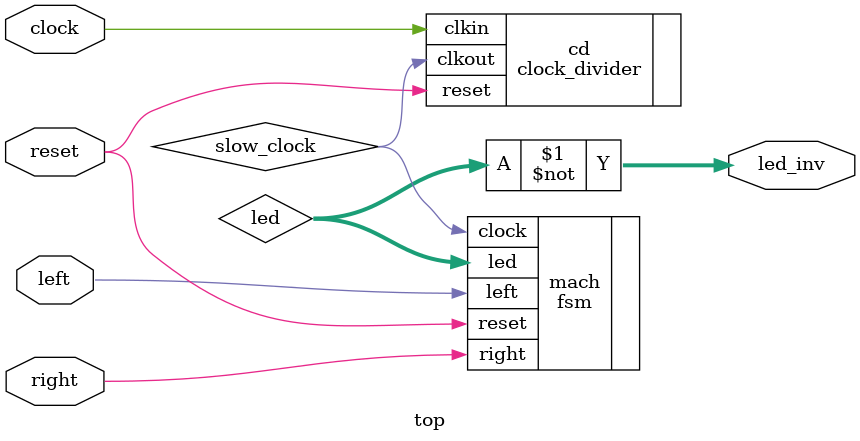
<source format=v>
module top (input reset, input left, input right, input clock, output [5:0] led_inv);

wire slow_clock;
wire [5:0] led;

clock_divider #(.coeff(32'd100)) cd (.clkin(clock), .clkout(slow_clock), .reset(reset));
fsm mach (.reset(reset), .left(left), .right(right), .clock(slow_clock), .led(led));

assign led_inv = ~led;

endmodule

</source>
